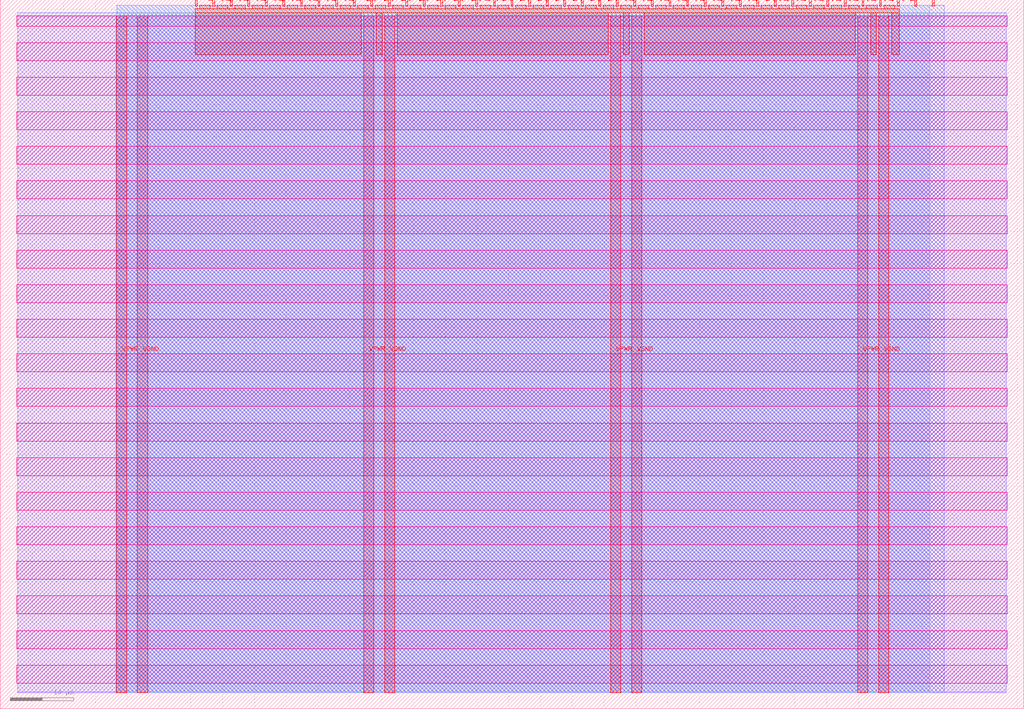
<source format=lef>
VERSION 5.7 ;
  NOWIREEXTENSIONATPIN ON ;
  DIVIDERCHAR "/" ;
  BUSBITCHARS "[]" ;
MACRO tt_um_clock_divider_arghunter
  CLASS BLOCK ;
  FOREIGN tt_um_clock_divider_arghunter ;
  ORIGIN 0.000 0.000 ;
  SIZE 161.000 BY 111.520 ;
  PIN VGND
    DIRECTION INOUT ;
    USE GROUND ;
    PORT
      LAYER met4 ;
        RECT 21.580 2.480 23.180 109.040 ;
    END
    PORT
      LAYER met4 ;
        RECT 60.450 2.480 62.050 109.040 ;
    END
    PORT
      LAYER met4 ;
        RECT 99.320 2.480 100.920 109.040 ;
    END
    PORT
      LAYER met4 ;
        RECT 138.190 2.480 139.790 109.040 ;
    END
  END VGND
  PIN VPWR
    DIRECTION INOUT ;
    USE POWER ;
    PORT
      LAYER met4 ;
        RECT 18.280 2.480 19.880 109.040 ;
    END
    PORT
      LAYER met4 ;
        RECT 57.150 2.480 58.750 109.040 ;
    END
    PORT
      LAYER met4 ;
        RECT 96.020 2.480 97.620 109.040 ;
    END
    PORT
      LAYER met4 ;
        RECT 134.890 2.480 136.490 109.040 ;
    END
  END VPWR
  PIN clk
    DIRECTION INPUT ;
    USE SIGNAL ;
    PORT
      LAYER met4 ;
        RECT 143.830 110.520 144.130 111.520 ;
    END
  END clk
  PIN ena
    DIRECTION INPUT ;
    USE SIGNAL ;
    PORT
      LAYER met4 ;
        RECT 146.590 110.520 146.890 111.520 ;
    END
  END ena
  PIN rst_n
    DIRECTION INPUT ;
    USE SIGNAL ;
    ANTENNAGATEAREA 0.213000 ;
    PORT
      LAYER met4 ;
        RECT 141.070 110.520 141.370 111.520 ;
    END
  END rst_n
  PIN ui_in[0]
    DIRECTION INPUT ;
    USE SIGNAL ;
    ANTENNAGATEAREA 0.213000 ;
    PORT
      LAYER met4 ;
        RECT 138.310 110.520 138.610 111.520 ;
    END
  END ui_in[0]
  PIN ui_in[1]
    DIRECTION INPUT ;
    USE SIGNAL ;
    ANTENNAGATEAREA 0.196500 ;
    PORT
      LAYER met4 ;
        RECT 135.550 110.520 135.850 111.520 ;
    END
  END ui_in[1]
  PIN ui_in[2]
    DIRECTION INPUT ;
    USE SIGNAL ;
    ANTENNAGATEAREA 0.196500 ;
    PORT
      LAYER met4 ;
        RECT 132.790 110.520 133.090 111.520 ;
    END
  END ui_in[2]
  PIN ui_in[3]
    DIRECTION INPUT ;
    USE SIGNAL ;
    ANTENNAGATEAREA 0.196500 ;
    PORT
      LAYER met4 ;
        RECT 130.030 110.520 130.330 111.520 ;
    END
  END ui_in[3]
  PIN ui_in[4]
    DIRECTION INPUT ;
    USE SIGNAL ;
    ANTENNAGATEAREA 0.196500 ;
    PORT
      LAYER met4 ;
        RECT 127.270 110.520 127.570 111.520 ;
    END
  END ui_in[4]
  PIN ui_in[5]
    DIRECTION INPUT ;
    USE SIGNAL ;
    ANTENNAGATEAREA 0.196500 ;
    PORT
      LAYER met4 ;
        RECT 124.510 110.520 124.810 111.520 ;
    END
  END ui_in[5]
  PIN ui_in[6]
    DIRECTION INPUT ;
    USE SIGNAL ;
    ANTENNAGATEAREA 0.196500 ;
    PORT
      LAYER met4 ;
        RECT 121.750 110.520 122.050 111.520 ;
    END
  END ui_in[6]
  PIN ui_in[7]
    DIRECTION INPUT ;
    USE SIGNAL ;
    ANTENNAGATEAREA 0.196500 ;
    PORT
      LAYER met4 ;
        RECT 118.990 110.520 119.290 111.520 ;
    END
  END ui_in[7]
  PIN uio_in[0]
    DIRECTION INPUT ;
    USE SIGNAL ;
    ANTENNAGATEAREA 0.196500 ;
    PORT
      LAYER met4 ;
        RECT 116.230 110.520 116.530 111.520 ;
    END
  END uio_in[0]
  PIN uio_in[1]
    DIRECTION INPUT ;
    USE SIGNAL ;
    ANTENNAGATEAREA 0.196500 ;
    PORT
      LAYER met4 ;
        RECT 113.470 110.520 113.770 111.520 ;
    END
  END uio_in[1]
  PIN uio_in[2]
    DIRECTION INPUT ;
    USE SIGNAL ;
    ANTENNAGATEAREA 0.196500 ;
    PORT
      LAYER met4 ;
        RECT 110.710 110.520 111.010 111.520 ;
    END
  END uio_in[2]
  PIN uio_in[3]
    DIRECTION INPUT ;
    USE SIGNAL ;
    ANTENNAGATEAREA 0.196500 ;
    PORT
      LAYER met4 ;
        RECT 107.950 110.520 108.250 111.520 ;
    END
  END uio_in[3]
  PIN uio_in[4]
    DIRECTION INPUT ;
    USE SIGNAL ;
    ANTENNAGATEAREA 0.196500 ;
    PORT
      LAYER met4 ;
        RECT 105.190 110.520 105.490 111.520 ;
    END
  END uio_in[4]
  PIN uio_in[5]
    DIRECTION INPUT ;
    USE SIGNAL ;
    ANTENNAGATEAREA 0.196500 ;
    PORT
      LAYER met4 ;
        RECT 102.430 110.520 102.730 111.520 ;
    END
  END uio_in[5]
  PIN uio_in[6]
    DIRECTION INPUT ;
    USE SIGNAL ;
    ANTENNAGATEAREA 0.196500 ;
    PORT
      LAYER met4 ;
        RECT 99.670 110.520 99.970 111.520 ;
    END
  END uio_in[6]
  PIN uio_in[7]
    DIRECTION INPUT ;
    USE SIGNAL ;
    ANTENNAGATEAREA 0.196500 ;
    PORT
      LAYER met4 ;
        RECT 96.910 110.520 97.210 111.520 ;
    END
  END uio_in[7]
  PIN uio_oe[0]
    DIRECTION OUTPUT ;
    USE SIGNAL ;
    ANTENNADIFFAREA 0.445500 ;
    PORT
      LAYER met4 ;
        RECT 49.990 110.520 50.290 111.520 ;
    END
  END uio_oe[0]
  PIN uio_oe[1]
    DIRECTION OUTPUT ;
    USE SIGNAL ;
    ANTENNADIFFAREA 0.445500 ;
    PORT
      LAYER met4 ;
        RECT 47.230 110.520 47.530 111.520 ;
    END
  END uio_oe[1]
  PIN uio_oe[2]
    DIRECTION OUTPUT ;
    USE SIGNAL ;
    ANTENNADIFFAREA 0.445500 ;
    PORT
      LAYER met4 ;
        RECT 44.470 110.520 44.770 111.520 ;
    END
  END uio_oe[2]
  PIN uio_oe[3]
    DIRECTION OUTPUT ;
    USE SIGNAL ;
    ANTENNADIFFAREA 0.445500 ;
    PORT
      LAYER met4 ;
        RECT 41.710 110.520 42.010 111.520 ;
    END
  END uio_oe[3]
  PIN uio_oe[4]
    DIRECTION OUTPUT ;
    USE SIGNAL ;
    ANTENNADIFFAREA 0.445500 ;
    PORT
      LAYER met4 ;
        RECT 38.950 110.520 39.250 111.520 ;
    END
  END uio_oe[4]
  PIN uio_oe[5]
    DIRECTION OUTPUT ;
    USE SIGNAL ;
    ANTENNADIFFAREA 0.445500 ;
    PORT
      LAYER met4 ;
        RECT 36.190 110.520 36.490 111.520 ;
    END
  END uio_oe[5]
  PIN uio_oe[6]
    DIRECTION OUTPUT ;
    USE SIGNAL ;
    ANTENNADIFFAREA 0.445500 ;
    PORT
      LAYER met4 ;
        RECT 33.430 110.520 33.730 111.520 ;
    END
  END uio_oe[6]
  PIN uio_oe[7]
    DIRECTION OUTPUT ;
    USE SIGNAL ;
    ANTENNADIFFAREA 0.445500 ;
    PORT
      LAYER met4 ;
        RECT 30.670 110.520 30.970 111.520 ;
    END
  END uio_oe[7]
  PIN uio_out[0]
    DIRECTION OUTPUT ;
    USE SIGNAL ;
    ANTENNADIFFAREA 0.445500 ;
    PORT
      LAYER met4 ;
        RECT 72.070 110.520 72.370 111.520 ;
    END
  END uio_out[0]
  PIN uio_out[1]
    DIRECTION OUTPUT ;
    USE SIGNAL ;
    ANTENNADIFFAREA 0.445500 ;
    PORT
      LAYER met4 ;
        RECT 69.310 110.520 69.610 111.520 ;
    END
  END uio_out[1]
  PIN uio_out[2]
    DIRECTION OUTPUT ;
    USE SIGNAL ;
    ANTENNADIFFAREA 0.445500 ;
    PORT
      LAYER met4 ;
        RECT 66.550 110.520 66.850 111.520 ;
    END
  END uio_out[2]
  PIN uio_out[3]
    DIRECTION OUTPUT ;
    USE SIGNAL ;
    ANTENNADIFFAREA 0.445500 ;
    PORT
      LAYER met4 ;
        RECT 63.790 110.520 64.090 111.520 ;
    END
  END uio_out[3]
  PIN uio_out[4]
    DIRECTION OUTPUT ;
    USE SIGNAL ;
    ANTENNADIFFAREA 0.445500 ;
    PORT
      LAYER met4 ;
        RECT 61.030 110.520 61.330 111.520 ;
    END
  END uio_out[4]
  PIN uio_out[5]
    DIRECTION OUTPUT ;
    USE SIGNAL ;
    ANTENNADIFFAREA 0.445500 ;
    PORT
      LAYER met4 ;
        RECT 58.270 110.520 58.570 111.520 ;
    END
  END uio_out[5]
  PIN uio_out[6]
    DIRECTION OUTPUT ;
    USE SIGNAL ;
    ANTENNADIFFAREA 0.445500 ;
    PORT
      LAYER met4 ;
        RECT 55.510 110.520 55.810 111.520 ;
    END
  END uio_out[6]
  PIN uio_out[7]
    DIRECTION OUTPUT ;
    USE SIGNAL ;
    ANTENNADIFFAREA 0.445500 ;
    PORT
      LAYER met4 ;
        RECT 52.750 110.520 53.050 111.520 ;
    END
  END uio_out[7]
  PIN uo_out[0]
    DIRECTION OUTPUT ;
    USE SIGNAL ;
    ANTENNADIFFAREA 0.445500 ;
    PORT
      LAYER met4 ;
        RECT 94.150 110.520 94.450 111.520 ;
    END
  END uo_out[0]
  PIN uo_out[1]
    DIRECTION OUTPUT ;
    USE SIGNAL ;
    ANTENNADIFFAREA 0.445500 ;
    PORT
      LAYER met4 ;
        RECT 91.390 110.520 91.690 111.520 ;
    END
  END uo_out[1]
  PIN uo_out[2]
    DIRECTION OUTPUT ;
    USE SIGNAL ;
    ANTENNADIFFAREA 0.445500 ;
    PORT
      LAYER met4 ;
        RECT 88.630 110.520 88.930 111.520 ;
    END
  END uo_out[2]
  PIN uo_out[3]
    DIRECTION OUTPUT ;
    USE SIGNAL ;
    ANTENNADIFFAREA 0.445500 ;
    PORT
      LAYER met4 ;
        RECT 85.870 110.520 86.170 111.520 ;
    END
  END uo_out[3]
  PIN uo_out[4]
    DIRECTION OUTPUT ;
    USE SIGNAL ;
    ANTENNADIFFAREA 0.445500 ;
    PORT
      LAYER met4 ;
        RECT 83.110 110.520 83.410 111.520 ;
    END
  END uo_out[4]
  PIN uo_out[5]
    DIRECTION OUTPUT ;
    USE SIGNAL ;
    ANTENNADIFFAREA 0.445500 ;
    PORT
      LAYER met4 ;
        RECT 80.350 110.520 80.650 111.520 ;
    END
  END uo_out[5]
  PIN uo_out[6]
    DIRECTION OUTPUT ;
    USE SIGNAL ;
    ANTENNADIFFAREA 0.445500 ;
    PORT
      LAYER met4 ;
        RECT 77.590 110.520 77.890 111.520 ;
    END
  END uo_out[6]
  PIN uo_out[7]
    DIRECTION OUTPUT ;
    USE SIGNAL ;
    ANTENNADIFFAREA 0.445500 ;
    PORT
      LAYER met4 ;
        RECT 74.830 110.520 75.130 111.520 ;
    END
  END uo_out[7]
  OBS
      LAYER nwell ;
        RECT 2.570 107.385 158.430 108.990 ;
        RECT 2.570 101.945 158.430 104.775 ;
        RECT 2.570 96.505 158.430 99.335 ;
        RECT 2.570 91.065 158.430 93.895 ;
        RECT 2.570 85.625 158.430 88.455 ;
        RECT 2.570 80.185 158.430 83.015 ;
        RECT 2.570 74.745 158.430 77.575 ;
        RECT 2.570 69.305 158.430 72.135 ;
        RECT 2.570 63.865 158.430 66.695 ;
        RECT 2.570 58.425 158.430 61.255 ;
        RECT 2.570 52.985 158.430 55.815 ;
        RECT 2.570 47.545 158.430 50.375 ;
        RECT 2.570 42.105 158.430 44.935 ;
        RECT 2.570 36.665 158.430 39.495 ;
        RECT 2.570 31.225 158.430 34.055 ;
        RECT 2.570 25.785 158.430 28.615 ;
        RECT 2.570 20.345 158.430 23.175 ;
        RECT 2.570 14.905 158.430 17.735 ;
        RECT 2.570 9.465 158.430 12.295 ;
        RECT 2.570 4.025 158.430 6.855 ;
      LAYER li1 ;
        RECT 2.760 2.635 158.240 108.885 ;
      LAYER met1 ;
        RECT 2.760 2.480 158.240 109.440 ;
      LAYER met2 ;
        RECT 18.310 2.535 148.480 110.685 ;
      LAYER met3 ;
        RECT 18.290 2.555 146.215 110.665 ;
      LAYER met4 ;
        RECT 31.370 110.120 33.030 110.665 ;
        RECT 34.130 110.120 35.790 110.665 ;
        RECT 36.890 110.120 38.550 110.665 ;
        RECT 39.650 110.120 41.310 110.665 ;
        RECT 42.410 110.120 44.070 110.665 ;
        RECT 45.170 110.120 46.830 110.665 ;
        RECT 47.930 110.120 49.590 110.665 ;
        RECT 50.690 110.120 52.350 110.665 ;
        RECT 53.450 110.120 55.110 110.665 ;
        RECT 56.210 110.120 57.870 110.665 ;
        RECT 58.970 110.120 60.630 110.665 ;
        RECT 61.730 110.120 63.390 110.665 ;
        RECT 64.490 110.120 66.150 110.665 ;
        RECT 67.250 110.120 68.910 110.665 ;
        RECT 70.010 110.120 71.670 110.665 ;
        RECT 72.770 110.120 74.430 110.665 ;
        RECT 75.530 110.120 77.190 110.665 ;
        RECT 78.290 110.120 79.950 110.665 ;
        RECT 81.050 110.120 82.710 110.665 ;
        RECT 83.810 110.120 85.470 110.665 ;
        RECT 86.570 110.120 88.230 110.665 ;
        RECT 89.330 110.120 90.990 110.665 ;
        RECT 92.090 110.120 93.750 110.665 ;
        RECT 94.850 110.120 96.510 110.665 ;
        RECT 97.610 110.120 99.270 110.665 ;
        RECT 100.370 110.120 102.030 110.665 ;
        RECT 103.130 110.120 104.790 110.665 ;
        RECT 105.890 110.120 107.550 110.665 ;
        RECT 108.650 110.120 110.310 110.665 ;
        RECT 111.410 110.120 113.070 110.665 ;
        RECT 114.170 110.120 115.830 110.665 ;
        RECT 116.930 110.120 118.590 110.665 ;
        RECT 119.690 110.120 121.350 110.665 ;
        RECT 122.450 110.120 124.110 110.665 ;
        RECT 125.210 110.120 126.870 110.665 ;
        RECT 127.970 110.120 129.630 110.665 ;
        RECT 130.730 110.120 132.390 110.665 ;
        RECT 133.490 110.120 135.150 110.665 ;
        RECT 136.250 110.120 137.910 110.665 ;
        RECT 139.010 110.120 140.670 110.665 ;
        RECT 30.655 109.440 141.385 110.120 ;
        RECT 30.655 102.855 56.750 109.440 ;
        RECT 59.150 102.855 60.050 109.440 ;
        RECT 62.450 102.855 95.620 109.440 ;
        RECT 98.020 102.855 98.920 109.440 ;
        RECT 101.320 102.855 134.490 109.440 ;
        RECT 136.890 102.855 137.790 109.440 ;
        RECT 140.190 102.855 141.385 109.440 ;
  END
END tt_um_clock_divider_arghunter
END LIBRARY


</source>
